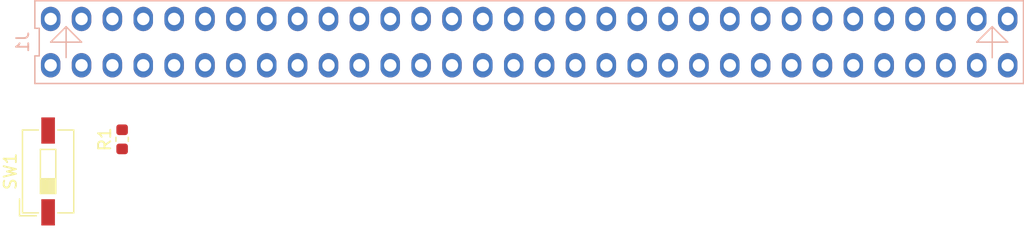
<source format=kicad_pcb>
(kicad_pcb (version 20171130) (host pcbnew "(5.1.6)-1")

  (general
    (thickness 1.6)
    (drawings 0)
    (tracks 0)
    (zones 0)
    (modules 3)
    (nets 6)
  )

  (page A4)
  (layers
    (0 F.Cu signal)
    (31 B.Cu signal)
    (32 B.Adhes user)
    (33 F.Adhes user)
    (34 B.Paste user)
    (35 F.Paste user)
    (36 B.SilkS user)
    (37 F.SilkS user)
    (38 B.Mask user)
    (39 F.Mask user)
    (40 Dwgs.User user)
    (41 Cmts.User user)
    (42 Eco1.User user)
    (43 Eco2.User user)
    (44 Edge.Cuts user)
    (45 Margin user)
    (46 B.CrtYd user)
    (47 F.CrtYd user)
    (48 B.Fab user)
    (49 F.Fab user)
  )

  (setup
    (last_trace_width 0.25)
    (trace_clearance 0.2)
    (zone_clearance 0.508)
    (zone_45_only no)
    (trace_min 0.2)
    (via_size 0.8)
    (via_drill 0.4)
    (via_min_size 0.4)
    (via_min_drill 0.3)
    (uvia_size 0.3)
    (uvia_drill 0.1)
    (uvias_allowed no)
    (uvia_min_size 0.2)
    (uvia_min_drill 0.1)
    (edge_width 0.05)
    (segment_width 0.2)
    (pcb_text_width 0.3)
    (pcb_text_size 1.5 1.5)
    (mod_edge_width 0.12)
    (mod_text_size 1 1)
    (mod_text_width 0.15)
    (pad_size 1.524 1.524)
    (pad_drill 0.762)
    (pad_to_mask_clearance 0.05)
    (aux_axis_origin 0 0)
    (visible_elements 7FFFFFFF)
    (pcbplotparams
      (layerselection 0x010fc_ffffffff)
      (usegerberextensions false)
      (usegerberattributes true)
      (usegerberadvancedattributes true)
      (creategerberjobfile true)
      (excludeedgelayer true)
      (linewidth 0.100000)
      (plotframeref false)
      (viasonmask false)
      (mode 1)
      (useauxorigin false)
      (hpglpennumber 1)
      (hpglpenspeed 20)
      (hpglpendiameter 15.000000)
      (psnegative false)
      (psa4output false)
      (plotreference true)
      (plotvalue true)
      (plotinvisibletext false)
      (padsonsilk false)
      (subtractmaskfromsilk false)
      (outputformat 1)
      (mirror false)
      (drillshape 1)
      (scaleselection 1)
      (outputdirectory ""))
  )

  (net 0 "")
  (net 1 +12V)
  (net 2 GND)
  (net 3 "Net-(J1-Pad4)")
  (net 4 "Net-(J1-Pad1)")
  (net 5 "Net-(R1-Pad1)")

  (net_class Default "This is the default net class."
    (clearance 0.2)
    (trace_width 0.25)
    (via_dia 0.8)
    (via_drill 0.4)
    (uvia_dia 0.3)
    (uvia_drill 0.1)
    (add_net +12V)
    (add_net GND)
    (add_net "Net-(J1-Pad1)")
    (add_net "Net-(J1-Pad2)")
    (add_net "Net-(J1-Pad3)")
    (add_net "Net-(J1-Pad4)")
    (add_net "Net-(J1-Pad5)")
    (add_net "Net-(J1-Pad59)")
    (add_net "Net-(J1-Pad6)")
    (add_net "Net-(J1-Pad60)")
    (add_net "Net-(J1-Pad61)")
    (add_net "Net-(J1-Pad62)")
    (add_net "Net-(J1-Pad63)")
    (add_net "Net-(J1-Pad64)")
    (add_net "Net-(R1-Pad1)")
  )

  (module Ethan:TE1761468-1 (layer B.Cu) (tedit 61A36361) (tstamp 61A20135)
    (at 125.23 71.06)
    (path /61A3139A)
    (fp_text reference J1 (at -41.67 0 -90) (layer B.SilkS)
      (effects (font (size 1 1) (thickness 0.15)) (justify mirror))
    )
    (fp_text value TE1761468-1 (at 0 0) (layer B.Fab)
      (effects (font (size 1 1) (thickness 0.15)) (justify mirror))
    )
    (fp_line (start -40.67 -3.404999) (end 40.67 -3.405) (layer B.SilkS) (width 0.12))
    (fp_line (start 40.67 -3.405) (end 40.67 3.404999) (layer B.SilkS) (width 0.12))
    (fp_line (start 40.67 3.404999) (end -40.67 3.405) (layer B.SilkS) (width 0.12))
    (fp_line (start -40.67 3.405) (end -40.67 1.135) (layer B.SilkS) (width 0.12))
    (fp_line (start -40.67 1.135) (end -40.31 1.135) (layer B.SilkS) (width 0.12))
    (fp_line (start -40.31 1.135) (end -40.31 -1.134999) (layer B.SilkS) (width 0.12))
    (fp_line (start -40.31 -1.134999) (end -40.67 -1.134999) (layer B.SilkS) (width 0.12))
    (fp_line (start -40.67 -1.134999) (end -40.67 -3.404999) (layer B.SilkS) (width 0.12))
    (fp_line (start -40.42 3.16) (end 40.42 3.16) (layer B.CrtYd) (width 0.05))
    (fp_line (start 40.42 3.16) (end 40.42 -3.16) (layer B.CrtYd) (width 0.05))
    (fp_line (start 40.42 -3.16) (end -40.42 -3.16) (layer B.CrtYd) (width 0.05))
    (fp_line (start -40.42 -3.16) (end -40.42 3.16) (layer B.CrtYd) (width 0.05))
    (fp_line (start -38.1 -1.27) (end -38.1 1.27) (layer B.SilkS) (width 0.12))
    (fp_line (start 38.1 1.27) (end 38.1 -1.27) (layer B.SilkS) (width 0.12))
    (fp_line (start 38.1 -1.27) (end 38.1 1.27) (layer B.SilkS) (width 0.12))
    (fp_line (start 38.1 -1.27) (end 36.83 0) (layer B.SilkS) (width 0.12))
    (fp_line (start 36.83 0) (end 38.1 -1.27) (layer B.SilkS) (width 0.12))
    (fp_line (start 38.1 -1.27) (end 39.37 0) (layer B.SilkS) (width 0.12))
    (fp_line (start 39.37 0) (end 36.83 0) (layer B.SilkS) (width 0.12))
    (fp_line (start -36.83 0) (end -38.1 -1.27) (layer B.SilkS) (width 0.12))
    (fp_line (start -38.1 -1.27) (end -39.37 0) (layer B.SilkS) (width 0.12))
    (fp_line (start -39.37 0) (end -36.83 0) (layer B.SilkS) (width 0.12))
    (pad 32 thru_hole oval (at 39.37 -1.905) (size 1.6 2) (drill 1.02) (layers *.Cu *.Mask)
      (net 1 +12V))
    (pad 33 thru_hole oval (at 39.37 1.905) (size 1.6 2) (drill 1.02) (layers *.Cu *.Mask)
      (net 1 +12V))
    (pad 31 thru_hole oval (at 36.83 -1.905) (size 1.6 2) (drill 1.02) (layers *.Cu *.Mask)
      (net 1 +12V))
    (pad 34 thru_hole oval (at 36.83 1.905) (size 1.6 2) (drill 1.02) (layers *.Cu *.Mask)
      (net 1 +12V))
    (pad 30 thru_hole oval (at 34.29 -1.905) (size 1.6 2) (drill 1.02) (layers *.Cu *.Mask)
      (net 1 +12V))
    (pad 35 thru_hole oval (at 34.29 1.905) (size 1.6 2) (drill 1.02) (layers *.Cu *.Mask)
      (net 1 +12V))
    (pad 29 thru_hole oval (at 31.75 -1.905) (size 1.6 2) (drill 1.02) (layers *.Cu *.Mask)
      (net 1 +12V))
    (pad 36 thru_hole oval (at 31.75 1.905) (size 1.6 2) (drill 1.02) (layers *.Cu *.Mask)
      (net 1 +12V))
    (pad 28 thru_hole oval (at 29.21 -1.905) (size 1.6 2) (drill 1.02) (layers *.Cu *.Mask)
      (net 1 +12V))
    (pad 37 thru_hole oval (at 29.21 1.905) (size 1.6 2) (drill 1.02) (layers *.Cu *.Mask)
      (net 1 +12V))
    (pad 27 thru_hole oval (at 26.67 -1.905) (size 1.6 2) (drill 1.02) (layers *.Cu *.Mask)
      (net 1 +12V))
    (pad 38 thru_hole oval (at 26.67 1.905) (size 1.6 2) (drill 1.02) (layers *.Cu *.Mask)
      (net 1 +12V))
    (pad 26 thru_hole oval (at 24.13 -1.905) (size 1.6 2) (drill 1.02) (layers *.Cu *.Mask)
      (net 1 +12V))
    (pad 39 thru_hole oval (at 24.13 1.905) (size 1.6 2) (drill 1.02) (layers *.Cu *.Mask)
      (net 1 +12V))
    (pad 25 thru_hole oval (at 21.59 -1.905) (size 1.6 2) (drill 1.02) (layers *.Cu *.Mask)
      (net 1 +12V))
    (pad 40 thru_hole oval (at 21.59 1.905) (size 1.6 2) (drill 1.02) (layers *.Cu *.Mask)
      (net 1 +12V))
    (pad 24 thru_hole oval (at 19.05 -1.905) (size 1.6 2) (drill 1.02) (layers *.Cu *.Mask)
      (net 1 +12V))
    (pad 41 thru_hole oval (at 19.05 1.905) (size 1.6 2) (drill 1.02) (layers *.Cu *.Mask)
      (net 1 +12V))
    (pad 23 thru_hole oval (at 16.51 -1.905) (size 1.6 2) (drill 1.02) (layers *.Cu *.Mask)
      (net 1 +12V))
    (pad 42 thru_hole oval (at 16.51 1.905) (size 1.6 2) (drill 1.02) (layers *.Cu *.Mask)
      (net 1 +12V))
    (pad 22 thru_hole oval (at 13.97 -1.905) (size 1.6 2) (drill 1.02) (layers *.Cu *.Mask)
      (net 1 +12V))
    (pad 43 thru_hole oval (at 13.97 1.905) (size 1.6 2) (drill 1.02) (layers *.Cu *.Mask)
      (net 1 +12V))
    (pad 21 thru_hole oval (at 11.43 -1.905) (size 1.6 2) (drill 1.02) (layers *.Cu *.Mask)
      (net 1 +12V))
    (pad 44 thru_hole oval (at 11.43 1.905) (size 1.6 2) (drill 1.02) (layers *.Cu *.Mask)
      (net 1 +12V))
    (pad 20 thru_hole oval (at 8.89 -1.905) (size 1.6 2) (drill 1.02) (layers *.Cu *.Mask)
      (net 1 +12V))
    (pad 45 thru_hole oval (at 8.89 1.905) (size 1.6 2) (drill 1.02) (layers *.Cu *.Mask)
      (net 1 +12V))
    (pad 19 thru_hole oval (at 6.35 -1.905) (size 1.6 2) (drill 1.02) (layers *.Cu *.Mask)
      (net 1 +12V))
    (pad 46 thru_hole oval (at 6.35 1.905) (size 1.6 2) (drill 1.02) (layers *.Cu *.Mask)
      (net 1 +12V))
    (pad 18 thru_hole oval (at 3.81 -1.905) (size 1.6 2) (drill 1.02) (layers *.Cu *.Mask)
      (net 2 GND))
    (pad 47 thru_hole oval (at 3.81 1.905) (size 1.6 2) (drill 1.02) (layers *.Cu *.Mask)
      (net 2 GND))
    (pad 17 thru_hole oval (at 1.27 -1.905) (size 1.6 2) (drill 1.02) (layers *.Cu *.Mask)
      (net 2 GND))
    (pad 48 thru_hole oval (at 1.27 1.905) (size 1.6 2) (drill 1.02) (layers *.Cu *.Mask)
      (net 2 GND))
    (pad 16 thru_hole oval (at -1.27 -1.905) (size 1.6 2) (drill 1.02) (layers *.Cu *.Mask)
      (net 2 GND))
    (pad 49 thru_hole oval (at -1.27 1.905) (size 1.6 2) (drill 1.02) (layers *.Cu *.Mask)
      (net 2 GND))
    (pad 15 thru_hole oval (at -3.81 -1.905) (size 1.6 2) (drill 1.02) (layers *.Cu *.Mask)
      (net 2 GND))
    (pad 50 thru_hole oval (at -3.81 1.905) (size 1.6 2) (drill 1.02) (layers *.Cu *.Mask)
      (net 2 GND))
    (pad 14 thru_hole oval (at -6.35 -1.905) (size 1.6 2) (drill 1.02) (layers *.Cu *.Mask)
      (net 2 GND))
    (pad 51 thru_hole oval (at -6.35 1.905) (size 1.6 2) (drill 1.02) (layers *.Cu *.Mask)
      (net 2 GND))
    (pad 13 thru_hole oval (at -8.89 -1.905) (size 1.6 2) (drill 1.02) (layers *.Cu *.Mask)
      (net 2 GND))
    (pad 52 thru_hole oval (at -8.89 1.905) (size 1.6 2) (drill 1.02) (layers *.Cu *.Mask)
      (net 2 GND))
    (pad 12 thru_hole oval (at -11.43 -1.905) (size 1.6 2) (drill 1.02) (layers *.Cu *.Mask)
      (net 2 GND))
    (pad 53 thru_hole oval (at -11.43 1.905) (size 1.6 2) (drill 1.02) (layers *.Cu *.Mask)
      (net 2 GND))
    (pad 11 thru_hole oval (at -13.97 -1.905) (size 1.6 2) (drill 1.02) (layers *.Cu *.Mask)
      (net 2 GND))
    (pad 54 thru_hole oval (at -13.97 1.905) (size 1.6 2) (drill 1.02) (layers *.Cu *.Mask)
      (net 2 GND))
    (pad 10 thru_hole oval (at -16.51 -1.905) (size 1.6 2) (drill 1.02) (layers *.Cu *.Mask)
      (net 2 GND))
    (pad 55 thru_hole oval (at -16.51 1.905) (size 1.6 2) (drill 1.02) (layers *.Cu *.Mask)
      (net 2 GND))
    (pad 9 thru_hole oval (at -19.05 -1.905) (size 1.6 2) (drill 1.02) (layers *.Cu *.Mask)
      (net 2 GND))
    (pad 56 thru_hole oval (at -19.05 1.905) (size 1.6 2) (drill 1.02) (layers *.Cu *.Mask)
      (net 2 GND))
    (pad 8 thru_hole oval (at -21.59 -1.905) (size 1.6 2) (drill 1.02) (layers *.Cu *.Mask)
      (net 2 GND))
    (pad 57 thru_hole oval (at -21.59 1.905) (size 1.6 2) (drill 1.02) (layers *.Cu *.Mask)
      (net 2 GND))
    (pad 7 thru_hole oval (at -24.13 -1.905) (size 1.6 2) (drill 1.02) (layers *.Cu *.Mask)
      (net 2 GND))
    (pad 58 thru_hole oval (at -24.13 1.905) (size 1.6 2) (drill 1.02) (layers *.Cu *.Mask)
      (net 2 GND))
    (pad 6 thru_hole oval (at -26.67 -1.905) (size 1.6 2) (drill 1.02) (layers *.Cu *.Mask))
    (pad 59 thru_hole oval (at -26.67 1.905) (size 1.6 2) (drill 1.02) (layers *.Cu *.Mask))
    (pad 5 thru_hole oval (at -29.21 -1.905) (size 1.6 2) (drill 1.02) (layers *.Cu *.Mask))
    (pad 60 thru_hole oval (at -29.21 1.905) (size 1.6 2) (drill 1.02) (layers *.Cu *.Mask))
    (pad 4 thru_hole oval (at -31.75 -1.905) (size 1.6 2) (drill 1.02) (layers *.Cu *.Mask)
      (net 3 "Net-(J1-Pad4)"))
    (pad 61 thru_hole oval (at -31.75 1.905) (size 1.6 2) (drill 1.02) (layers *.Cu *.Mask))
    (pad 3 thru_hole oval (at -34.29 -1.905) (size 1.6 2) (drill 1.02) (layers *.Cu *.Mask))
    (pad 62 thru_hole oval (at -34.29 1.905) (size 1.6 2) (drill 1.02) (layers *.Cu *.Mask))
    (pad 2 thru_hole oval (at -36.83 -1.905) (size 1.6 2) (drill 1.02) (layers *.Cu *.Mask))
    (pad 63 thru_hole oval (at -36.83 1.905) (size 1.6 2) (drill 1.02) (layers *.Cu *.Mask))
    (pad 1 thru_hole oval (at -39.37 -1.905) (size 1.6 2) (drill 1.02) (layers *.Cu *.Mask)
      (net 4 "Net-(J1-Pad1)"))
    (pad 64 thru_hole oval (at -39.37 1.905) (size 1.6 2) (drill 1.02) (layers *.Cu *.Mask))
    (model Z:/chrome/1761468-1--3DModel-STEP-1.STEP
      (offset (xyz 0 17.59966 4.50088))
      (scale (xyz 1 1 1))
      (rotate (xyz -90 0 180))
    )
  )

  (module Button_Switch_SMD:SW_DIP_SPSTx01_Slide_6.7x4.1mm_W6.73mm_P2.54mm_LowProfile_JPin (layer F.Cu) (tedit 5A4E1404) (tstamp 61A36D0E)
    (at 85.65 81.7 90)
    (descr "SMD 1x-dip-switch SPST , Slide, row spacing 6.73 mm (264 mils), body size 6.7x4.1mm (see e.g. https://www.ctscorp.com/wp-content/uploads/219.pdf), SMD, LowProfile, JPin")
    (tags "SMD DIP Switch SPST Slide 6.73mm 264mil SMD LowProfile JPin")
    (path /61AE4E36)
    (attr smd)
    (fp_text reference SW1 (at 0 -3.11 90) (layer F.SilkS)
      (effects (font (size 1 1) (thickness 0.15)))
    )
    (fp_text value SW_DIP_x01 (at 0 3.11 90) (layer F.Fab)
      (effects (font (size 1 1) (thickness 0.15)))
    )
    (fp_text user on (at 0.8975 -1.3425 90) (layer F.Fab)
      (effects (font (size 0.6 0.6) (thickness 0.09)))
    )
    (fp_text user %R (at 2.58 0) (layer F.Fab)
      (effects (font (size 0.6 0.6) (thickness 0.09)))
    )
    (fp_line (start -2.35 -2.05) (end 3.35 -2.05) (layer F.Fab) (width 0.1))
    (fp_line (start 3.35 -2.05) (end 3.35 2.05) (layer F.Fab) (width 0.1))
    (fp_line (start 3.35 2.05) (end -3.35 2.05) (layer F.Fab) (width 0.1))
    (fp_line (start -3.35 2.05) (end -3.35 -1.05) (layer F.Fab) (width 0.1))
    (fp_line (start -3.35 -1.05) (end -2.35 -2.05) (layer F.Fab) (width 0.1))
    (fp_line (start -1.81 -0.635) (end -1.81 0.635) (layer F.Fab) (width 0.1))
    (fp_line (start -1.81 0.635) (end 1.81 0.635) (layer F.Fab) (width 0.1))
    (fp_line (start 1.81 0.635) (end 1.81 -0.635) (layer F.Fab) (width 0.1))
    (fp_line (start 1.81 -0.635) (end -1.81 -0.635) (layer F.Fab) (width 0.1))
    (fp_line (start -1.81 -0.535) (end -0.603333 -0.535) (layer F.Fab) (width 0.1))
    (fp_line (start -1.81 -0.435) (end -0.603333 -0.435) (layer F.Fab) (width 0.1))
    (fp_line (start -1.81 -0.335) (end -0.603333 -0.335) (layer F.Fab) (width 0.1))
    (fp_line (start -1.81 -0.235) (end -0.603333 -0.235) (layer F.Fab) (width 0.1))
    (fp_line (start -1.81 -0.135) (end -0.603333 -0.135) (layer F.Fab) (width 0.1))
    (fp_line (start -1.81 -0.035) (end -0.603333 -0.035) (layer F.Fab) (width 0.1))
    (fp_line (start -1.81 0.065) (end -0.603333 0.065) (layer F.Fab) (width 0.1))
    (fp_line (start -1.81 0.165) (end -0.603333 0.165) (layer F.Fab) (width 0.1))
    (fp_line (start -1.81 0.265) (end -0.603333 0.265) (layer F.Fab) (width 0.1))
    (fp_line (start -1.81 0.365) (end -0.603333 0.365) (layer F.Fab) (width 0.1))
    (fp_line (start -1.81 0.465) (end -0.603333 0.465) (layer F.Fab) (width 0.1))
    (fp_line (start -1.81 0.565) (end -0.603333 0.565) (layer F.Fab) (width 0.1))
    (fp_line (start -0.603333 -0.635) (end -0.603333 0.635) (layer F.Fab) (width 0.1))
    (fp_line (start -3.41 -2.11) (end 3.41 -2.11) (layer F.SilkS) (width 0.12))
    (fp_line (start -3.41 2.11) (end 3.41 2.11) (layer F.SilkS) (width 0.12))
    (fp_line (start -3.41 -2.11) (end -3.41 -0.8) (layer F.SilkS) (width 0.12))
    (fp_line (start -3.41 0.8) (end -3.41 2.11) (layer F.SilkS) (width 0.12))
    (fp_line (start 3.41 -2.11) (end 3.41 -0.8) (layer F.SilkS) (width 0.12))
    (fp_line (start 3.41 0.8) (end 3.41 2.11) (layer F.SilkS) (width 0.12))
    (fp_line (start -3.65 -2.35) (end -2.267 -2.35) (layer F.SilkS) (width 0.12))
    (fp_line (start -3.65 -2.35) (end -3.65 -0.967) (layer F.SilkS) (width 0.12))
    (fp_line (start -1.81 -0.635) (end -1.81 0.635) (layer F.SilkS) (width 0.12))
    (fp_line (start -1.81 0.635) (end 1.81 0.635) (layer F.SilkS) (width 0.12))
    (fp_line (start 1.81 0.635) (end 1.81 -0.635) (layer F.SilkS) (width 0.12))
    (fp_line (start 1.81 -0.635) (end -1.81 -0.635) (layer F.SilkS) (width 0.12))
    (fp_line (start -1.81 -0.515) (end -0.603333 -0.515) (layer F.SilkS) (width 0.12))
    (fp_line (start -1.81 -0.395) (end -0.603333 -0.395) (layer F.SilkS) (width 0.12))
    (fp_line (start -1.81 -0.275) (end -0.603333 -0.275) (layer F.SilkS) (width 0.12))
    (fp_line (start -1.81 -0.155) (end -0.603333 -0.155) (layer F.SilkS) (width 0.12))
    (fp_line (start -1.81 -0.035) (end -0.603333 -0.035) (layer F.SilkS) (width 0.12))
    (fp_line (start -1.81 0.085) (end -0.603333 0.085) (layer F.SilkS) (width 0.12))
    (fp_line (start -1.81 0.205) (end -0.603333 0.205) (layer F.SilkS) (width 0.12))
    (fp_line (start -1.81 0.325) (end -0.603333 0.325) (layer F.SilkS) (width 0.12))
    (fp_line (start -1.81 0.445) (end -0.603333 0.445) (layer F.SilkS) (width 0.12))
    (fp_line (start -1.81 0.565) (end -0.603333 0.565) (layer F.SilkS) (width 0.12))
    (fp_line (start -0.603333 -0.635) (end -0.603333 0.635) (layer F.SilkS) (width 0.12))
    (fp_line (start -4.7 -2.4) (end -4.7 2.4) (layer F.CrtYd) (width 0.05))
    (fp_line (start -4.7 2.4) (end 4.7 2.4) (layer F.CrtYd) (width 0.05))
    (fp_line (start 4.7 2.4) (end 4.7 -2.4) (layer F.CrtYd) (width 0.05))
    (fp_line (start 4.7 -2.4) (end -4.7 -2.4) (layer F.CrtYd) (width 0.05))
    (pad 2 smd rect (at 3.365 0 90) (size 2.16 1.12) (layers F.Cu F.Paste F.Mask)
      (net 4 "Net-(J1-Pad1)"))
    (pad 1 smd rect (at -3.365 0 90) (size 2.16 1.12) (layers F.Cu F.Paste F.Mask)
      (net 5 "Net-(R1-Pad1)"))
    (model ${KISYS3DMOD}/Button_Switch_SMD.3dshapes/SW_DIP_SPSTx01_Slide_6.7x4.1mm_W6.73mm_P2.54mm_LowProfile_JPin.wrl
      (at (xyz 0 0 0))
      (scale (xyz 1 1 1))
      (rotate (xyz 0 0 90))
    )
  )

  (module Resistor_SMD:R_0603_1608Metric (layer F.Cu) (tedit 5B301BBD) (tstamp 61A362C4)
    (at 91.74 79.06 90)
    (descr "Resistor SMD 0603 (1608 Metric), square (rectangular) end terminal, IPC_7351 nominal, (Body size source: http://www.tortai-tech.com/upload/download/2011102023233369053.pdf), generated with kicad-footprint-generator")
    (tags resistor)
    (path /61ADB0FC)
    (attr smd)
    (fp_text reference R1 (at 0 -1.43 90) (layer F.SilkS)
      (effects (font (size 1 1) (thickness 0.15)))
    )
    (fp_text value R470 (at 0 1.43 90) (layer F.Fab)
      (effects (font (size 1 1) (thickness 0.15)))
    )
    (fp_text user %R (at 0 0 90) (layer F.Fab)
      (effects (font (size 0.4 0.4) (thickness 0.06)))
    )
    (fp_line (start -0.8 0.4) (end -0.8 -0.4) (layer F.Fab) (width 0.1))
    (fp_line (start -0.8 -0.4) (end 0.8 -0.4) (layer F.Fab) (width 0.1))
    (fp_line (start 0.8 -0.4) (end 0.8 0.4) (layer F.Fab) (width 0.1))
    (fp_line (start 0.8 0.4) (end -0.8 0.4) (layer F.Fab) (width 0.1))
    (fp_line (start -0.162779 -0.51) (end 0.162779 -0.51) (layer F.SilkS) (width 0.12))
    (fp_line (start -0.162779 0.51) (end 0.162779 0.51) (layer F.SilkS) (width 0.12))
    (fp_line (start -1.48 0.73) (end -1.48 -0.73) (layer F.CrtYd) (width 0.05))
    (fp_line (start -1.48 -0.73) (end 1.48 -0.73) (layer F.CrtYd) (width 0.05))
    (fp_line (start 1.48 -0.73) (end 1.48 0.73) (layer F.CrtYd) (width 0.05))
    (fp_line (start 1.48 0.73) (end -1.48 0.73) (layer F.CrtYd) (width 0.05))
    (pad 2 smd roundrect (at 0.7875 0 90) (size 0.875 0.95) (layers F.Cu F.Paste F.Mask) (roundrect_rratio 0.25)
      (net 3 "Net-(J1-Pad4)"))
    (pad 1 smd roundrect (at -0.7875 0 90) (size 0.875 0.95) (layers F.Cu F.Paste F.Mask) (roundrect_rratio 0.25)
      (net 5 "Net-(R1-Pad1)"))
    (model ${KISYS3DMOD}/Resistor_SMD.3dshapes/R_0603_1608Metric.wrl
      (at (xyz 0 0 0))
      (scale (xyz 1 1 1))
      (rotate (xyz 0 0 0))
    )
  )

)

</source>
